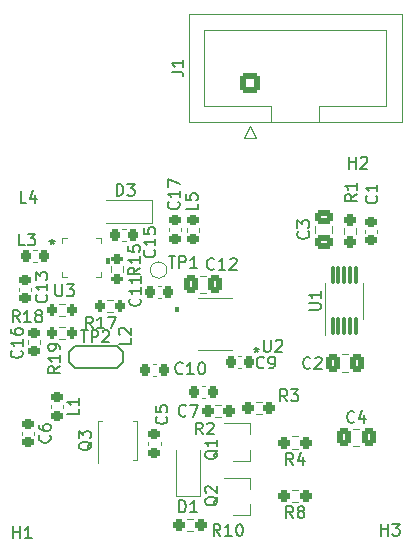
<source format=gbr>
%TF.GenerationSoftware,KiCad,Pcbnew,6.0.4-1.fc35*%
%TF.CreationDate,2022-04-05T09:58:44+01:00*%
%TF.ProjectId,cryosub_power_converter_top_v03,6372796f-7375-4625-9f70-6f7765725f63,rev?*%
%TF.SameCoordinates,Original*%
%TF.FileFunction,Legend,Top*%
%TF.FilePolarity,Positive*%
%FSLAX45Y45*%
G04 Gerber Fmt 4.5, Leading zero omitted, Abs format (unit mm)*
G04 Created by KiCad (PCBNEW 6.0.4-1.fc35) date 2022-04-05 09:58:44*
%MOMM*%
%LPD*%
G01*
G04 APERTURE LIST*
G04 Aperture macros list*
%AMRoundRect*
0 Rectangle with rounded corners*
0 $1 Rounding radius*
0 $2 $3 $4 $5 $6 $7 $8 $9 X,Y pos of 4 corners*
0 Add a 4 corners polygon primitive as box body*
4,1,4,$2,$3,$4,$5,$6,$7,$8,$9,$2,$3,0*
0 Add four circle primitives for the rounded corners*
1,1,$1+$1,$2,$3*
1,1,$1+$1,$4,$5*
1,1,$1+$1,$6,$7*
1,1,$1+$1,$8,$9*
0 Add four rect primitives between the rounded corners*
20,1,$1+$1,$2,$3,$4,$5,0*
20,1,$1+$1,$4,$5,$6,$7,0*
20,1,$1+$1,$6,$7,$8,$9,0*
20,1,$1+$1,$8,$9,$2,$3,0*%
%AMFreePoly0*
4,1,21,1.372500,0.787500,0.862500,0.787500,0.862500,0.532500,1.372500,0.532500,1.372500,0.127500,0.862500,0.127500,0.862500,-0.127500,1.372500,-0.127500,1.372500,-0.532500,0.862500,-0.532500,0.862500,-0.787500,1.372500,-0.787500,1.372500,-1.195000,0.612500,-1.195000,0.612500,-1.117500,-0.862500,-1.117500,-0.862500,1.117500,0.612500,1.117500,0.612500,1.195000,1.372500,1.195000,
1.372500,0.787500,1.372500,0.787500,$1*%
G04 Aperture macros list end*
%ADD10C,0.150000*%
%ADD11C,0.120000*%
%ADD12C,0.100000*%
%ADD13RoundRect,0.237500X0.250000X0.237500X-0.250000X0.237500X-0.250000X-0.237500X0.250000X-0.237500X0*%
%ADD14RoundRect,0.237500X-0.250000X-0.237500X0.250000X-0.237500X0.250000X0.237500X-0.250000X0.237500X0*%
%ADD15RoundRect,0.075000X0.075000X-0.650000X0.075000X0.650000X-0.075000X0.650000X-0.075000X-0.650000X0*%
%ADD16R,1.880000X1.680000*%
%ADD17R,0.900000X0.800000*%
%ADD18RoundRect,0.225000X-0.250000X0.225000X-0.250000X-0.225000X0.250000X-0.225000X0.250000X0.225000X0*%
%ADD19RoundRect,0.225000X0.250000X-0.225000X0.250000X0.225000X-0.250000X0.225000X-0.250000X-0.225000X0*%
%ADD20RoundRect,0.250000X0.475000X-0.337500X0.475000X0.337500X-0.475000X0.337500X-0.475000X-0.337500X0*%
%ADD21RoundRect,0.237500X0.237500X-0.250000X0.237500X0.250000X-0.237500X0.250000X-0.237500X-0.250000X0*%
%ADD22RoundRect,0.250000X-0.337500X-0.475000X0.337500X-0.475000X0.337500X0.475000X-0.337500X0.475000X0*%
%ADD23R,0.807999X0.254800*%
%ADD24R,0.254800X0.807999*%
%ADD25R,1.244600X1.244600*%
%ADD26RoundRect,0.225000X0.225000X0.250000X-0.225000X0.250000X-0.225000X-0.250000X0.225000X-0.250000X0*%
%ADD27RoundRect,0.225000X-0.225000X-0.250000X0.225000X-0.250000X0.225000X0.250000X-0.225000X0.250000X0*%
%ADD28R,3.200001X1.000001*%
%ADD29RoundRect,0.200000X-0.275000X0.200000X-0.275000X-0.200000X0.275000X-0.200000X0.275000X0.200000X0*%
%ADD30RoundRect,0.200000X0.200000X0.275000X-0.200000X0.275000X-0.200000X-0.275000X0.200000X-0.275000X0*%
%ADD31R,1.327899X0.279400*%
%ADD32R,1.752600X2.946400*%
%ADD33C,1.000000*%
%ADD34R,1.000001X3.200001*%
%ADD35RoundRect,0.218750X-0.256250X0.218750X-0.256250X-0.218750X0.256250X-0.218750X0.256250X0.218750X0*%
%ADD36RoundRect,0.200000X-0.200000X-0.275000X0.200000X-0.275000X0.200000X0.275000X-0.200000X0.275000X0*%
%ADD37C,1.400000*%
%ADD38C,4.700000*%
%ADD39RoundRect,0.218750X0.218750X0.256250X-0.218750X0.256250X-0.218750X-0.256250X0.218750X-0.256250X0*%
%ADD40RoundRect,0.250000X0.600000X-0.600000X0.600000X0.600000X-0.600000X0.600000X-0.600000X-0.600000X0*%
%ADD41C,1.700000*%
%ADD42R,0.900000X1.200000*%
%ADD43R,0.405000X0.990000*%
%ADD44FreePoly0,90.000000*%
%ADD45R,1.200000X0.900000*%
G04 APERTURE END LIST*
D10*
%TO.C,R8*%
X12442083Y-14263238D02*
X12408750Y-14215619D01*
X12384940Y-14263238D02*
X12384940Y-14163238D01*
X12423036Y-14163238D01*
X12432559Y-14168000D01*
X12437321Y-14172762D01*
X12442083Y-14182286D01*
X12442083Y-14196571D01*
X12437321Y-14206095D01*
X12432559Y-14210857D01*
X12423036Y-14215619D01*
X12384940Y-14215619D01*
X12499226Y-14206095D02*
X12489702Y-14201333D01*
X12484940Y-14196571D01*
X12480178Y-14187048D01*
X12480178Y-14182286D01*
X12484940Y-14172762D01*
X12489702Y-14168000D01*
X12499226Y-14163238D01*
X12518274Y-14163238D01*
X12527798Y-14168000D01*
X12532559Y-14172762D01*
X12537321Y-14182286D01*
X12537321Y-14187048D01*
X12532559Y-14196571D01*
X12527798Y-14201333D01*
X12518274Y-14206095D01*
X12499226Y-14206095D01*
X12489702Y-14210857D01*
X12484940Y-14215619D01*
X12480178Y-14225143D01*
X12480178Y-14244190D01*
X12484940Y-14253714D01*
X12489702Y-14258476D01*
X12499226Y-14263238D01*
X12518274Y-14263238D01*
X12527798Y-14258476D01*
X12532559Y-14253714D01*
X12537321Y-14244190D01*
X12537321Y-14225143D01*
X12532559Y-14215619D01*
X12527798Y-14210857D01*
X12518274Y-14206095D01*
%TO.C,R3*%
X12390833Y-13275238D02*
X12357500Y-13227619D01*
X12333690Y-13275238D02*
X12333690Y-13175238D01*
X12371786Y-13175238D01*
X12381309Y-13180000D01*
X12386071Y-13184762D01*
X12390833Y-13194286D01*
X12390833Y-13208571D01*
X12386071Y-13218095D01*
X12381309Y-13222857D01*
X12371786Y-13227619D01*
X12333690Y-13227619D01*
X12424167Y-13175238D02*
X12486071Y-13175238D01*
X12452738Y-13213333D01*
X12467024Y-13213333D01*
X12476548Y-13218095D01*
X12481309Y-13222857D01*
X12486071Y-13232381D01*
X12486071Y-13256190D01*
X12481309Y-13265714D01*
X12476548Y-13270476D01*
X12467024Y-13275238D01*
X12438452Y-13275238D01*
X12428928Y-13270476D01*
X12424167Y-13265714D01*
%TO.C,R4*%
X12442083Y-13813238D02*
X12408750Y-13765619D01*
X12384940Y-13813238D02*
X12384940Y-13713238D01*
X12423036Y-13713238D01*
X12432559Y-13718000D01*
X12437321Y-13722762D01*
X12442083Y-13732286D01*
X12442083Y-13746571D01*
X12437321Y-13756095D01*
X12432559Y-13760857D01*
X12423036Y-13765619D01*
X12384940Y-13765619D01*
X12527798Y-13746571D02*
X12527798Y-13813238D01*
X12503988Y-13708476D02*
X12480178Y-13779905D01*
X12542083Y-13779905D01*
%TO.C,U1*%
X12575238Y-12501190D02*
X12656190Y-12501190D01*
X12665714Y-12496428D01*
X12670476Y-12491667D01*
X12675238Y-12482143D01*
X12675238Y-12463095D01*
X12670476Y-12453571D01*
X12665714Y-12448809D01*
X12656190Y-12444048D01*
X12575238Y-12444048D01*
X12675238Y-12344048D02*
X12675238Y-12401190D01*
X12675238Y-12372619D02*
X12575238Y-12372619D01*
X12589524Y-12382143D01*
X12599048Y-12391667D01*
X12603809Y-12401190D01*
%TO.C,Q1*%
X11804762Y-13689524D02*
X11800000Y-13699048D01*
X11790476Y-13708571D01*
X11776190Y-13722857D01*
X11771428Y-13732381D01*
X11771428Y-13741905D01*
X11795238Y-13737143D02*
X11790476Y-13746667D01*
X11780952Y-13756190D01*
X11761905Y-13760952D01*
X11728571Y-13760952D01*
X11709524Y-13756190D01*
X11700000Y-13746667D01*
X11695238Y-13737143D01*
X11695238Y-13718095D01*
X11700000Y-13708571D01*
X11709524Y-13699048D01*
X11728571Y-13694286D01*
X11761905Y-13694286D01*
X11780952Y-13699048D01*
X11790476Y-13708571D01*
X11795238Y-13718095D01*
X11795238Y-13737143D01*
X11795238Y-13599048D02*
X11795238Y-13656190D01*
X11795238Y-13627619D02*
X11695238Y-13627619D01*
X11709524Y-13637143D01*
X11719048Y-13646667D01*
X11723809Y-13656190D01*
%TO.C,C6*%
X10378714Y-13562917D02*
X10383476Y-13567678D01*
X10388238Y-13581964D01*
X10388238Y-13591488D01*
X10383476Y-13605774D01*
X10373952Y-13615298D01*
X10364429Y-13620059D01*
X10345381Y-13624821D01*
X10331095Y-13624821D01*
X10312048Y-13620059D01*
X10302524Y-13615298D01*
X10293000Y-13605774D01*
X10288238Y-13591488D01*
X10288238Y-13581964D01*
X10293000Y-13567678D01*
X10297762Y-13562917D01*
X10288238Y-13477202D02*
X10288238Y-13496250D01*
X10293000Y-13505774D01*
X10297762Y-13510536D01*
X10312048Y-13520059D01*
X10331095Y-13524821D01*
X10369190Y-13524821D01*
X10378714Y-13520059D01*
X10383476Y-13515298D01*
X10388238Y-13505774D01*
X10388238Y-13486726D01*
X10383476Y-13477202D01*
X10378714Y-13472440D01*
X10369190Y-13467678D01*
X10345381Y-13467678D01*
X10335857Y-13472440D01*
X10331095Y-13477202D01*
X10326333Y-13486726D01*
X10326333Y-13505774D01*
X10331095Y-13515298D01*
X10335857Y-13520059D01*
X10345381Y-13524821D01*
%TO.C,R2*%
X11675833Y-13555238D02*
X11642500Y-13507619D01*
X11618690Y-13555238D02*
X11618690Y-13455238D01*
X11656786Y-13455238D01*
X11666309Y-13460000D01*
X11671071Y-13464762D01*
X11675833Y-13474286D01*
X11675833Y-13488571D01*
X11671071Y-13498095D01*
X11666309Y-13502857D01*
X11656786Y-13507619D01*
X11618690Y-13507619D01*
X11713928Y-13464762D02*
X11718690Y-13460000D01*
X11728214Y-13455238D01*
X11752024Y-13455238D01*
X11761548Y-13460000D01*
X11766309Y-13464762D01*
X11771071Y-13474286D01*
X11771071Y-13483809D01*
X11766309Y-13498095D01*
X11709167Y-13555238D01*
X11771071Y-13555238D01*
%TO.C,C1*%
X13145714Y-11536667D02*
X13150476Y-11541428D01*
X13155238Y-11555714D01*
X13155238Y-11565238D01*
X13150476Y-11579524D01*
X13140952Y-11589048D01*
X13131428Y-11593809D01*
X13112381Y-11598571D01*
X13098095Y-11598571D01*
X13079048Y-11593809D01*
X13069524Y-11589048D01*
X13060000Y-11579524D01*
X13055238Y-11565238D01*
X13055238Y-11555714D01*
X13060000Y-11541428D01*
X13064762Y-11536667D01*
X13155238Y-11441428D02*
X13155238Y-11498571D01*
X13155238Y-11470000D02*
X13055238Y-11470000D01*
X13069524Y-11479524D01*
X13079048Y-11489048D01*
X13083809Y-11498571D01*
%TO.C,C3*%
X12567714Y-11837917D02*
X12572476Y-11842678D01*
X12577238Y-11856964D01*
X12577238Y-11866488D01*
X12572476Y-11880774D01*
X12562952Y-11890298D01*
X12553428Y-11895059D01*
X12534381Y-11899821D01*
X12520095Y-11899821D01*
X12501048Y-11895059D01*
X12491524Y-11890298D01*
X12482000Y-11880774D01*
X12477238Y-11866488D01*
X12477238Y-11856964D01*
X12482000Y-11842678D01*
X12486762Y-11837917D01*
X12477238Y-11804583D02*
X12477238Y-11742678D01*
X12515333Y-11776012D01*
X12515333Y-11761726D01*
X12520095Y-11752202D01*
X12524857Y-11747440D01*
X12534381Y-11742678D01*
X12558190Y-11742678D01*
X12567714Y-11747440D01*
X12572476Y-11752202D01*
X12577238Y-11761726D01*
X12577238Y-11790298D01*
X12572476Y-11799821D01*
X12567714Y-11804583D01*
%TO.C,R1*%
X12980238Y-11521667D02*
X12932619Y-11555000D01*
X12980238Y-11578809D02*
X12880238Y-11578809D01*
X12880238Y-11540714D01*
X12885000Y-11531190D01*
X12889762Y-11526428D01*
X12899286Y-11521667D01*
X12913571Y-11521667D01*
X12923095Y-11526428D01*
X12927857Y-11531190D01*
X12932619Y-11540714D01*
X12932619Y-11578809D01*
X12980238Y-11426428D02*
X12980238Y-11483571D01*
X12980238Y-11455000D02*
X12880238Y-11455000D01*
X12894524Y-11464524D01*
X12904048Y-11474048D01*
X12908809Y-11483571D01*
%TO.C,C2*%
X12588333Y-12990714D02*
X12583571Y-12995476D01*
X12569286Y-13000238D01*
X12559762Y-13000238D01*
X12545476Y-12995476D01*
X12535952Y-12985952D01*
X12531190Y-12976428D01*
X12526428Y-12957381D01*
X12526428Y-12943095D01*
X12531190Y-12924048D01*
X12535952Y-12914524D01*
X12545476Y-12905000D01*
X12559762Y-12900238D01*
X12569286Y-12900238D01*
X12583571Y-12905000D01*
X12588333Y-12909762D01*
X12626428Y-12909762D02*
X12631190Y-12905000D01*
X12640714Y-12900238D01*
X12664524Y-12900238D01*
X12674048Y-12905000D01*
X12678809Y-12909762D01*
X12683571Y-12919286D01*
X12683571Y-12928809D01*
X12678809Y-12943095D01*
X12621667Y-13000238D01*
X12683571Y-13000238D01*
%TO.C,C5*%
X11368214Y-13405417D02*
X11372976Y-13410178D01*
X11377738Y-13424464D01*
X11377738Y-13433988D01*
X11372976Y-13448274D01*
X11363452Y-13457798D01*
X11353928Y-13462559D01*
X11334881Y-13467321D01*
X11320595Y-13467321D01*
X11301548Y-13462559D01*
X11292024Y-13457798D01*
X11282500Y-13448274D01*
X11277738Y-13433988D01*
X11277738Y-13424464D01*
X11282500Y-13410178D01*
X11287262Y-13405417D01*
X11277738Y-13314940D02*
X11277738Y-13362559D01*
X11325357Y-13367321D01*
X11320595Y-13362559D01*
X11315833Y-13353036D01*
X11315833Y-13329226D01*
X11320595Y-13319702D01*
X11325357Y-13314940D01*
X11334881Y-13310178D01*
X11358690Y-13310178D01*
X11368214Y-13314940D01*
X11372976Y-13319702D01*
X11377738Y-13329226D01*
X11377738Y-13353036D01*
X11372976Y-13362559D01*
X11368214Y-13367321D01*
%TO.C,Q2*%
X11804762Y-14084524D02*
X11800000Y-14094048D01*
X11790476Y-14103571D01*
X11776190Y-14117857D01*
X11771428Y-14127381D01*
X11771428Y-14136905D01*
X11795238Y-14132143D02*
X11790476Y-14141667D01*
X11780952Y-14151190D01*
X11761905Y-14155952D01*
X11728571Y-14155952D01*
X11709524Y-14151190D01*
X11700000Y-14141667D01*
X11695238Y-14132143D01*
X11695238Y-14113095D01*
X11700000Y-14103571D01*
X11709524Y-14094048D01*
X11728571Y-14089286D01*
X11761905Y-14089286D01*
X11780952Y-14094048D01*
X11790476Y-14103571D01*
X11795238Y-14113095D01*
X11795238Y-14132143D01*
X11704762Y-14051190D02*
X11700000Y-14046428D01*
X11695238Y-14036905D01*
X11695238Y-14013095D01*
X11700000Y-14003571D01*
X11704762Y-13998809D01*
X11714286Y-13994048D01*
X11723809Y-13994048D01*
X11738095Y-13998809D01*
X11795238Y-14055952D01*
X11795238Y-13994048D01*
%TO.C,R10*%
X11825714Y-14415238D02*
X11792381Y-14367619D01*
X11768571Y-14415238D02*
X11768571Y-14315238D01*
X11806667Y-14315238D01*
X11816190Y-14320000D01*
X11820952Y-14324762D01*
X11825714Y-14334286D01*
X11825714Y-14348571D01*
X11820952Y-14358095D01*
X11816190Y-14362857D01*
X11806667Y-14367619D01*
X11768571Y-14367619D01*
X11920952Y-14415238D02*
X11863809Y-14415238D01*
X11892381Y-14415238D02*
X11892381Y-14315238D01*
X11882857Y-14329524D01*
X11873333Y-14339048D01*
X11863809Y-14343809D01*
X11982857Y-14315238D02*
X11992381Y-14315238D01*
X12001905Y-14320000D01*
X12006667Y-14324762D01*
X12011428Y-14334286D01*
X12016190Y-14353333D01*
X12016190Y-14377143D01*
X12011428Y-14396190D01*
X12006667Y-14405714D01*
X12001905Y-14410476D01*
X11992381Y-14415238D01*
X11982857Y-14415238D01*
X11973333Y-14410476D01*
X11968571Y-14405714D01*
X11963809Y-14396190D01*
X11959048Y-14377143D01*
X11959048Y-14353333D01*
X11963809Y-14334286D01*
X11968571Y-14324762D01*
X11973333Y-14320000D01*
X11982857Y-14315238D01*
%TO.C,U3*%
X10428810Y-12285238D02*
X10428810Y-12366190D01*
X10433571Y-12375714D01*
X10438333Y-12380476D01*
X10447857Y-12385238D01*
X10466905Y-12385238D01*
X10476429Y-12380476D01*
X10481190Y-12375714D01*
X10485952Y-12366190D01*
X10485952Y-12285238D01*
X10524048Y-12285238D02*
X10585952Y-12285238D01*
X10552619Y-12323333D01*
X10566905Y-12323333D01*
X10576429Y-12328095D01*
X10581190Y-12332857D01*
X10585952Y-12342381D01*
X10585952Y-12366190D01*
X10581190Y-12375714D01*
X10576429Y-12380476D01*
X10566905Y-12385238D01*
X10538333Y-12385238D01*
X10528810Y-12380476D01*
X10524048Y-12375714D01*
X10401560Y-11902738D02*
X10401560Y-11926548D01*
X10377751Y-11917024D02*
X10401560Y-11926548D01*
X10425370Y-11917024D01*
X10387274Y-11945595D02*
X10401560Y-11926548D01*
X10415846Y-11945595D01*
%TO.C,C9*%
X12193333Y-12988214D02*
X12188571Y-12992976D01*
X12174286Y-12997738D01*
X12164762Y-12997738D01*
X12150476Y-12992976D01*
X12140952Y-12983452D01*
X12136190Y-12973928D01*
X12131428Y-12954881D01*
X12131428Y-12940595D01*
X12136190Y-12921548D01*
X12140952Y-12912024D01*
X12150476Y-12902500D01*
X12164762Y-12897738D01*
X12174286Y-12897738D01*
X12188571Y-12902500D01*
X12193333Y-12907262D01*
X12240952Y-12997738D02*
X12260000Y-12997738D01*
X12269524Y-12992976D01*
X12274286Y-12988214D01*
X12283809Y-12973928D01*
X12288571Y-12954881D01*
X12288571Y-12916786D01*
X12283809Y-12907262D01*
X12279048Y-12902500D01*
X12269524Y-12897738D01*
X12250476Y-12897738D01*
X12240952Y-12902500D01*
X12236190Y-12907262D01*
X12231428Y-12916786D01*
X12231428Y-12940595D01*
X12236190Y-12950119D01*
X12240952Y-12954881D01*
X12250476Y-12959643D01*
X12269524Y-12959643D01*
X12279048Y-12954881D01*
X12283809Y-12950119D01*
X12288571Y-12940595D01*
%TO.C,C13*%
X10350714Y-12374286D02*
X10355476Y-12379048D01*
X10360238Y-12393333D01*
X10360238Y-12402857D01*
X10355476Y-12417143D01*
X10345952Y-12426667D01*
X10336429Y-12431428D01*
X10317381Y-12436190D01*
X10303095Y-12436190D01*
X10284048Y-12431428D01*
X10274524Y-12426667D01*
X10265000Y-12417143D01*
X10260238Y-12402857D01*
X10260238Y-12393333D01*
X10265000Y-12379048D01*
X10269762Y-12374286D01*
X10360238Y-12279048D02*
X10360238Y-12336190D01*
X10360238Y-12307619D02*
X10260238Y-12307619D01*
X10274524Y-12317143D01*
X10284048Y-12326667D01*
X10288810Y-12336190D01*
X10260238Y-12245714D02*
X10260238Y-12183809D01*
X10298333Y-12217143D01*
X10298333Y-12202857D01*
X10303095Y-12193333D01*
X10307857Y-12188571D01*
X10317381Y-12183809D01*
X10341190Y-12183809D01*
X10350714Y-12188571D01*
X10355476Y-12193333D01*
X10360238Y-12202857D01*
X10360238Y-12231428D01*
X10355476Y-12240952D01*
X10350714Y-12245714D01*
%TO.C,C15*%
X11265714Y-11994286D02*
X11270476Y-11999048D01*
X11275238Y-12013333D01*
X11275238Y-12022857D01*
X11270476Y-12037143D01*
X11260952Y-12046667D01*
X11251428Y-12051428D01*
X11232381Y-12056190D01*
X11218095Y-12056190D01*
X11199048Y-12051428D01*
X11189524Y-12046667D01*
X11180000Y-12037143D01*
X11175238Y-12022857D01*
X11175238Y-12013333D01*
X11180000Y-11999048D01*
X11184762Y-11994286D01*
X11275238Y-11899048D02*
X11275238Y-11956190D01*
X11275238Y-11927619D02*
X11175238Y-11927619D01*
X11189524Y-11937143D01*
X11199048Y-11946667D01*
X11203809Y-11956190D01*
X11175238Y-11808571D02*
X11175238Y-11856190D01*
X11222857Y-11860952D01*
X11218095Y-11856190D01*
X11213333Y-11846667D01*
X11213333Y-11822857D01*
X11218095Y-11813333D01*
X11222857Y-11808571D01*
X11232381Y-11803809D01*
X11256190Y-11803809D01*
X11265714Y-11808571D01*
X11270476Y-11813333D01*
X11275238Y-11822857D01*
X11275238Y-11846667D01*
X11270476Y-11856190D01*
X11265714Y-11860952D01*
%TO.C,C10*%
X11505714Y-13035714D02*
X11500952Y-13040476D01*
X11486667Y-13045238D01*
X11477143Y-13045238D01*
X11462857Y-13040476D01*
X11453333Y-13030952D01*
X11448571Y-13021428D01*
X11443809Y-13002381D01*
X11443809Y-12988095D01*
X11448571Y-12969048D01*
X11453333Y-12959524D01*
X11462857Y-12950000D01*
X11477143Y-12945238D01*
X11486667Y-12945238D01*
X11500952Y-12950000D01*
X11505714Y-12954762D01*
X11600952Y-13045238D02*
X11543809Y-13045238D01*
X11572381Y-13045238D02*
X11572381Y-12945238D01*
X11562857Y-12959524D01*
X11553333Y-12969048D01*
X11543809Y-12973809D01*
X11662857Y-12945238D02*
X11672381Y-12945238D01*
X11681905Y-12950000D01*
X11686667Y-12954762D01*
X11691428Y-12964286D01*
X11696190Y-12983333D01*
X11696190Y-13007143D01*
X11691428Y-13026190D01*
X11686667Y-13035714D01*
X11681905Y-13040476D01*
X11672381Y-13045238D01*
X11662857Y-13045238D01*
X11653333Y-13040476D01*
X11648571Y-13035714D01*
X11643809Y-13026190D01*
X11639048Y-13007143D01*
X11639048Y-12983333D01*
X11643809Y-12964286D01*
X11648571Y-12954762D01*
X11653333Y-12950000D01*
X11662857Y-12945238D01*
%TO.C,C11*%
X11143214Y-12406786D02*
X11147976Y-12411548D01*
X11152738Y-12425833D01*
X11152738Y-12435357D01*
X11147976Y-12449643D01*
X11138452Y-12459167D01*
X11128929Y-12463928D01*
X11109881Y-12468690D01*
X11095595Y-12468690D01*
X11076548Y-12463928D01*
X11067024Y-12459167D01*
X11057500Y-12449643D01*
X11052738Y-12435357D01*
X11052738Y-12425833D01*
X11057500Y-12411548D01*
X11062262Y-12406786D01*
X11152738Y-12311548D02*
X11152738Y-12368690D01*
X11152738Y-12340119D02*
X11052738Y-12340119D01*
X11067024Y-12349643D01*
X11076548Y-12359167D01*
X11081310Y-12368690D01*
X11152738Y-12216309D02*
X11152738Y-12273452D01*
X11152738Y-12244881D02*
X11052738Y-12244881D01*
X11067024Y-12254405D01*
X11076548Y-12263928D01*
X11081310Y-12273452D01*
%TO.C,L2*%
X11065238Y-12738821D02*
X11065238Y-12786440D01*
X10965238Y-12786440D01*
X10974762Y-12710250D02*
X10970000Y-12705488D01*
X10965238Y-12695964D01*
X10965238Y-12672155D01*
X10970000Y-12662631D01*
X10974762Y-12657869D01*
X10984286Y-12653107D01*
X10993810Y-12653107D01*
X11008095Y-12657869D01*
X11065238Y-12715012D01*
X11065238Y-12653107D01*
%TO.C,R15*%
X11145238Y-12144286D02*
X11097619Y-12177619D01*
X11145238Y-12201428D02*
X11045238Y-12201428D01*
X11045238Y-12163333D01*
X11050000Y-12153809D01*
X11054762Y-12149048D01*
X11064286Y-12144286D01*
X11078571Y-12144286D01*
X11088095Y-12149048D01*
X11092857Y-12153809D01*
X11097619Y-12163333D01*
X11097619Y-12201428D01*
X11145238Y-12049048D02*
X11145238Y-12106190D01*
X11145238Y-12077619D02*
X11045238Y-12077619D01*
X11059524Y-12087143D01*
X11069048Y-12096667D01*
X11073810Y-12106190D01*
X11045238Y-11958571D02*
X11045238Y-12006190D01*
X11092857Y-12010952D01*
X11088095Y-12006190D01*
X11083333Y-11996667D01*
X11083333Y-11972857D01*
X11088095Y-11963333D01*
X11092857Y-11958571D01*
X11102381Y-11953809D01*
X11126190Y-11953809D01*
X11135714Y-11958571D01*
X11140476Y-11963333D01*
X11145238Y-11972857D01*
X11145238Y-11996667D01*
X11140476Y-12006190D01*
X11135714Y-12010952D01*
%TO.C,R17*%
X10745714Y-12658238D02*
X10712381Y-12610619D01*
X10688571Y-12658238D02*
X10688571Y-12558238D01*
X10726667Y-12558238D01*
X10736190Y-12563000D01*
X10740952Y-12567762D01*
X10745714Y-12577286D01*
X10745714Y-12591571D01*
X10740952Y-12601095D01*
X10736190Y-12605857D01*
X10726667Y-12610619D01*
X10688571Y-12610619D01*
X10840952Y-12658238D02*
X10783810Y-12658238D01*
X10812381Y-12658238D02*
X10812381Y-12558238D01*
X10802857Y-12572524D01*
X10793333Y-12582048D01*
X10783810Y-12586809D01*
X10874286Y-12558238D02*
X10940952Y-12558238D01*
X10898095Y-12658238D01*
%TO.C,U2*%
X12193809Y-12755238D02*
X12193809Y-12836190D01*
X12198571Y-12845714D01*
X12203333Y-12850476D01*
X12212857Y-12855238D01*
X12231905Y-12855238D01*
X12241428Y-12850476D01*
X12246190Y-12845714D01*
X12250952Y-12836190D01*
X12250952Y-12755238D01*
X12293809Y-12764762D02*
X12298571Y-12760000D01*
X12308095Y-12755238D01*
X12331905Y-12755238D01*
X12341428Y-12760000D01*
X12346190Y-12764762D01*
X12350952Y-12774286D01*
X12350952Y-12783809D01*
X12346190Y-12798095D01*
X12289048Y-12855238D01*
X12350952Y-12855238D01*
X12130000Y-12815238D02*
X12130000Y-12839048D01*
X12106190Y-12829524D02*
X12130000Y-12839048D01*
X12153809Y-12829524D01*
X12115714Y-12858095D02*
X12130000Y-12839048D01*
X12144286Y-12858095D01*
%TO.C,C12*%
X11773214Y-12152714D02*
X11768452Y-12157476D01*
X11754167Y-12162238D01*
X11744643Y-12162238D01*
X11730357Y-12157476D01*
X11720833Y-12147952D01*
X11716071Y-12138428D01*
X11711309Y-12119381D01*
X11711309Y-12105095D01*
X11716071Y-12086048D01*
X11720833Y-12076524D01*
X11730357Y-12067000D01*
X11744643Y-12062238D01*
X11754167Y-12062238D01*
X11768452Y-12067000D01*
X11773214Y-12071762D01*
X11868452Y-12162238D02*
X11811309Y-12162238D01*
X11839881Y-12162238D02*
X11839881Y-12062238D01*
X11830357Y-12076524D01*
X11820833Y-12086048D01*
X11811309Y-12090809D01*
X11906548Y-12071762D02*
X11911309Y-12067000D01*
X11920833Y-12062238D01*
X11944643Y-12062238D01*
X11954167Y-12067000D01*
X11958928Y-12071762D01*
X11963690Y-12081286D01*
X11963690Y-12090809D01*
X11958928Y-12105095D01*
X11901786Y-12162238D01*
X11963690Y-12162238D01*
%TO.C,TP1*%
X11386309Y-12047738D02*
X11443452Y-12047738D01*
X11414881Y-12147738D02*
X11414881Y-12047738D01*
X11476786Y-12147738D02*
X11476786Y-12047738D01*
X11514881Y-12047738D01*
X11524405Y-12052500D01*
X11529167Y-12057262D01*
X11533928Y-12066786D01*
X11533928Y-12081071D01*
X11529167Y-12090595D01*
X11524405Y-12095357D01*
X11514881Y-12100119D01*
X11476786Y-12100119D01*
X11629167Y-12147738D02*
X11572024Y-12147738D01*
X11600595Y-12147738D02*
X11600595Y-12047738D01*
X11591071Y-12062024D01*
X11581548Y-12071548D01*
X11572024Y-12076309D01*
%TO.C,L4*%
X10182988Y-11595238D02*
X10135369Y-11595238D01*
X10135369Y-11495238D01*
X10259179Y-11528571D02*
X10259179Y-11595238D01*
X10235369Y-11490476D02*
X10211560Y-11561905D01*
X10273464Y-11561905D01*
%TO.C,C17*%
X11470714Y-11586786D02*
X11475476Y-11591548D01*
X11480238Y-11605833D01*
X11480238Y-11615357D01*
X11475476Y-11629643D01*
X11465952Y-11639167D01*
X11456428Y-11643928D01*
X11437381Y-11648690D01*
X11423095Y-11648690D01*
X11404048Y-11643928D01*
X11394524Y-11639167D01*
X11385000Y-11629643D01*
X11380238Y-11615357D01*
X11380238Y-11605833D01*
X11385000Y-11591548D01*
X11389762Y-11586786D01*
X11480238Y-11491548D02*
X11480238Y-11548690D01*
X11480238Y-11520119D02*
X11380238Y-11520119D01*
X11394524Y-11529643D01*
X11404048Y-11539167D01*
X11408809Y-11548690D01*
X11380238Y-11458214D02*
X11380238Y-11391548D01*
X11480238Y-11434405D01*
%TO.C,L5*%
X11632738Y-11601667D02*
X11632738Y-11649286D01*
X11532738Y-11649286D01*
X11532738Y-11520714D02*
X11532738Y-11568333D01*
X11580357Y-11573095D01*
X11575595Y-11568333D01*
X11570833Y-11558809D01*
X11570833Y-11535000D01*
X11575595Y-11525476D01*
X11580357Y-11520714D01*
X11589881Y-11515952D01*
X11613690Y-11515952D01*
X11623214Y-11520714D01*
X11627976Y-11525476D01*
X11632738Y-11535000D01*
X11632738Y-11558809D01*
X11627976Y-11568333D01*
X11623214Y-11573095D01*
%TO.C,C16*%
X10140714Y-12846786D02*
X10145476Y-12851548D01*
X10150238Y-12865833D01*
X10150238Y-12875357D01*
X10145476Y-12889643D01*
X10135952Y-12899167D01*
X10126429Y-12903928D01*
X10107381Y-12908690D01*
X10093095Y-12908690D01*
X10074048Y-12903928D01*
X10064524Y-12899167D01*
X10055000Y-12889643D01*
X10050238Y-12875357D01*
X10050238Y-12865833D01*
X10055000Y-12851548D01*
X10059762Y-12846786D01*
X10150238Y-12751548D02*
X10150238Y-12808690D01*
X10150238Y-12780119D02*
X10050238Y-12780119D01*
X10064524Y-12789643D01*
X10074048Y-12799167D01*
X10078810Y-12808690D01*
X10050238Y-12665833D02*
X10050238Y-12684881D01*
X10055000Y-12694405D01*
X10059762Y-12699167D01*
X10074048Y-12708690D01*
X10093095Y-12713452D01*
X10131190Y-12713452D01*
X10140714Y-12708690D01*
X10145476Y-12703928D01*
X10150238Y-12694405D01*
X10150238Y-12675357D01*
X10145476Y-12665833D01*
X10140714Y-12661071D01*
X10131190Y-12656309D01*
X10107381Y-12656309D01*
X10097857Y-12661071D01*
X10093095Y-12665833D01*
X10088333Y-12675357D01*
X10088333Y-12694405D01*
X10093095Y-12703928D01*
X10097857Y-12708690D01*
X10107381Y-12713452D01*
%TO.C,R18*%
X10125714Y-12605238D02*
X10092381Y-12557619D01*
X10068571Y-12605238D02*
X10068571Y-12505238D01*
X10106667Y-12505238D01*
X10116190Y-12510000D01*
X10120952Y-12514762D01*
X10125714Y-12524286D01*
X10125714Y-12538571D01*
X10120952Y-12548095D01*
X10116190Y-12552857D01*
X10106667Y-12557619D01*
X10068571Y-12557619D01*
X10220952Y-12605238D02*
X10163810Y-12605238D01*
X10192381Y-12605238D02*
X10192381Y-12505238D01*
X10182857Y-12519524D01*
X10173333Y-12529048D01*
X10163810Y-12533809D01*
X10278095Y-12548095D02*
X10268571Y-12543333D01*
X10263810Y-12538571D01*
X10259048Y-12529048D01*
X10259048Y-12524286D01*
X10263810Y-12514762D01*
X10268571Y-12510000D01*
X10278095Y-12505238D01*
X10297143Y-12505238D01*
X10306667Y-12510000D01*
X10311429Y-12514762D01*
X10316190Y-12524286D01*
X10316190Y-12529048D01*
X10311429Y-12538571D01*
X10306667Y-12543333D01*
X10297143Y-12548095D01*
X10278095Y-12548095D01*
X10268571Y-12552857D01*
X10263810Y-12557619D01*
X10259048Y-12567143D01*
X10259048Y-12586190D01*
X10263810Y-12595714D01*
X10268571Y-12600476D01*
X10278095Y-12605238D01*
X10297143Y-12605238D01*
X10306667Y-12600476D01*
X10311429Y-12595714D01*
X10316190Y-12586190D01*
X10316190Y-12567143D01*
X10311429Y-12557619D01*
X10306667Y-12552857D01*
X10297143Y-12548095D01*
%TO.C,R19*%
X10467738Y-12979286D02*
X10420119Y-13012619D01*
X10467738Y-13036428D02*
X10367738Y-13036428D01*
X10367738Y-12998333D01*
X10372500Y-12988809D01*
X10377262Y-12984048D01*
X10386786Y-12979286D01*
X10401071Y-12979286D01*
X10410595Y-12984048D01*
X10415357Y-12988809D01*
X10420119Y-12998333D01*
X10420119Y-13036428D01*
X10467738Y-12884048D02*
X10467738Y-12941190D01*
X10467738Y-12912619D02*
X10367738Y-12912619D01*
X10382024Y-12922143D01*
X10391548Y-12931667D01*
X10396310Y-12941190D01*
X10467738Y-12836428D02*
X10467738Y-12817381D01*
X10462976Y-12807857D01*
X10458214Y-12803095D01*
X10443929Y-12793571D01*
X10424881Y-12788809D01*
X10386786Y-12788809D01*
X10377262Y-12793571D01*
X10372500Y-12798333D01*
X10367738Y-12807857D01*
X10367738Y-12826905D01*
X10372500Y-12836428D01*
X10377262Y-12841190D01*
X10386786Y-12845952D01*
X10410595Y-12845952D01*
X10420119Y-12841190D01*
X10424881Y-12836428D01*
X10429643Y-12826905D01*
X10429643Y-12807857D01*
X10424881Y-12798333D01*
X10420119Y-12793571D01*
X10410595Y-12788809D01*
%TO.C,TP2*%
X10643810Y-12675238D02*
X10700952Y-12675238D01*
X10672381Y-12775238D02*
X10672381Y-12675238D01*
X10734286Y-12775238D02*
X10734286Y-12675238D01*
X10772381Y-12675238D01*
X10781905Y-12680000D01*
X10786667Y-12684762D01*
X10791429Y-12694286D01*
X10791429Y-12708571D01*
X10786667Y-12718095D01*
X10781905Y-12722857D01*
X10772381Y-12727619D01*
X10734286Y-12727619D01*
X10829524Y-12684762D02*
X10834286Y-12680000D01*
X10843810Y-12675238D01*
X10867619Y-12675238D01*
X10877143Y-12680000D01*
X10881905Y-12684762D01*
X10886667Y-12694286D01*
X10886667Y-12703809D01*
X10881905Y-12718095D01*
X10824762Y-12775238D01*
X10886667Y-12775238D01*
%TO.C,H1*%
X10071310Y-14432738D02*
X10071310Y-14332738D01*
X10071310Y-14380357D02*
X10128452Y-14380357D01*
X10128452Y-14432738D02*
X10128452Y-14332738D01*
X10228452Y-14432738D02*
X10171310Y-14432738D01*
X10199881Y-14432738D02*
X10199881Y-14332738D01*
X10190357Y-14347024D01*
X10180833Y-14356548D01*
X10171310Y-14361309D01*
%TO.C,H2*%
X12913809Y-11305238D02*
X12913809Y-11205238D01*
X12913809Y-11252857D02*
X12970952Y-11252857D01*
X12970952Y-11305238D02*
X12970952Y-11205238D01*
X13013809Y-11214762D02*
X13018571Y-11210000D01*
X13028095Y-11205238D01*
X13051905Y-11205238D01*
X13061428Y-11210000D01*
X13066190Y-11214762D01*
X13070952Y-11224286D01*
X13070952Y-11233809D01*
X13066190Y-11248095D01*
X13009048Y-11305238D01*
X13070952Y-11305238D01*
%TO.C,H3*%
X13186309Y-14412738D02*
X13186309Y-14312738D01*
X13186309Y-14360357D02*
X13243452Y-14360357D01*
X13243452Y-14412738D02*
X13243452Y-14312738D01*
X13281548Y-14312738D02*
X13343452Y-14312738D01*
X13310119Y-14350833D01*
X13324405Y-14350833D01*
X13333928Y-14355595D01*
X13338690Y-14360357D01*
X13343452Y-14369881D01*
X13343452Y-14393690D01*
X13338690Y-14403214D01*
X13333928Y-14407976D01*
X13324405Y-14412738D01*
X13295833Y-14412738D01*
X13286309Y-14407976D01*
X13281548Y-14403214D01*
%TO.C,L3*%
X10170833Y-11955238D02*
X10123214Y-11955238D01*
X10123214Y-11855238D01*
X10194643Y-11855238D02*
X10256548Y-11855238D01*
X10223214Y-11893333D01*
X10237500Y-11893333D01*
X10247024Y-11898095D01*
X10251786Y-11902857D01*
X10256548Y-11912381D01*
X10256548Y-11936190D01*
X10251786Y-11945714D01*
X10247024Y-11950476D01*
X10237500Y-11955238D01*
X10208929Y-11955238D01*
X10199405Y-11950476D01*
X10194643Y-11945714D01*
%TO.C,J1*%
X11412738Y-10486333D02*
X11484167Y-10486333D01*
X11498452Y-10491095D01*
X11507976Y-10500619D01*
X11512738Y-10514905D01*
X11512738Y-10524429D01*
X11512738Y-10386333D02*
X11512738Y-10443476D01*
X11512738Y-10414905D02*
X11412738Y-10414905D01*
X11427024Y-10424429D01*
X11436548Y-10433952D01*
X11441309Y-10443476D01*
%TO.C,L1*%
X10628238Y-13336667D02*
X10628238Y-13384286D01*
X10528238Y-13384286D01*
X10628238Y-13250952D02*
X10628238Y-13308095D01*
X10628238Y-13279524D02*
X10528238Y-13279524D01*
X10542524Y-13289048D01*
X10552048Y-13298571D01*
X10556810Y-13308095D01*
%TO.C,D3*%
X10946190Y-11535238D02*
X10946190Y-11435238D01*
X10970000Y-11435238D01*
X10984286Y-11440000D01*
X10993810Y-11449524D01*
X10998571Y-11459048D01*
X11003333Y-11478095D01*
X11003333Y-11492381D01*
X10998571Y-11511428D01*
X10993810Y-11520952D01*
X10984286Y-11530476D01*
X10970000Y-11535238D01*
X10946190Y-11535238D01*
X11036667Y-11435238D02*
X11098571Y-11435238D01*
X11065238Y-11473333D01*
X11079524Y-11473333D01*
X11089048Y-11478095D01*
X11093810Y-11482857D01*
X11098571Y-11492381D01*
X11098571Y-11516190D01*
X11093810Y-11525714D01*
X11089048Y-11530476D01*
X11079524Y-11535238D01*
X11050952Y-11535238D01*
X11041429Y-11530476D01*
X11036667Y-11525714D01*
%TO.C,C7*%
X11533333Y-13395714D02*
X11528571Y-13400476D01*
X11514286Y-13405238D01*
X11504762Y-13405238D01*
X11490476Y-13400476D01*
X11480952Y-13390952D01*
X11476190Y-13381428D01*
X11471428Y-13362381D01*
X11471428Y-13348095D01*
X11476190Y-13329048D01*
X11480952Y-13319524D01*
X11490476Y-13310000D01*
X11504762Y-13305238D01*
X11514286Y-13305238D01*
X11528571Y-13310000D01*
X11533333Y-13314762D01*
X11566667Y-13305238D02*
X11633333Y-13305238D01*
X11590476Y-13405238D01*
%TO.C,C4*%
X12959583Y-13447714D02*
X12954821Y-13452476D01*
X12940536Y-13457238D01*
X12931012Y-13457238D01*
X12916726Y-13452476D01*
X12907202Y-13442952D01*
X12902440Y-13433428D01*
X12897678Y-13414381D01*
X12897678Y-13400095D01*
X12902440Y-13381048D01*
X12907202Y-13371524D01*
X12916726Y-13362000D01*
X12931012Y-13357238D01*
X12940536Y-13357238D01*
X12954821Y-13362000D01*
X12959583Y-13366762D01*
X13045298Y-13390571D02*
X13045298Y-13457238D01*
X13021488Y-13352476D02*
X12997678Y-13423905D01*
X13059583Y-13423905D01*
%TO.C,Q3*%
X10737262Y-13617024D02*
X10732500Y-13626548D01*
X10722976Y-13636071D01*
X10708690Y-13650357D01*
X10703929Y-13659881D01*
X10703929Y-13669405D01*
X10727738Y-13664643D02*
X10722976Y-13674167D01*
X10713452Y-13683690D01*
X10694405Y-13688452D01*
X10661071Y-13688452D01*
X10642024Y-13683690D01*
X10632500Y-13674167D01*
X10627738Y-13664643D01*
X10627738Y-13645595D01*
X10632500Y-13636071D01*
X10642024Y-13626548D01*
X10661071Y-13621786D01*
X10694405Y-13621786D01*
X10713452Y-13626548D01*
X10722976Y-13636071D01*
X10727738Y-13645595D01*
X10727738Y-13664643D01*
X10627738Y-13588452D02*
X10627738Y-13526548D01*
X10665833Y-13559881D01*
X10665833Y-13545595D01*
X10670595Y-13536071D01*
X10675357Y-13531309D01*
X10684881Y-13526548D01*
X10708690Y-13526548D01*
X10718214Y-13531309D01*
X10722976Y-13536071D01*
X10727738Y-13545595D01*
X10727738Y-13574167D01*
X10722976Y-13583690D01*
X10718214Y-13588452D01*
%TO.C,D1*%
X11476190Y-14215238D02*
X11476190Y-14115238D01*
X11500000Y-14115238D01*
X11514286Y-14120000D01*
X11523809Y-14129524D01*
X11528571Y-14139048D01*
X11533333Y-14158095D01*
X11533333Y-14172381D01*
X11528571Y-14191428D01*
X11523809Y-14200952D01*
X11514286Y-14210476D01*
X11500000Y-14215238D01*
X11476190Y-14215238D01*
X11628571Y-14215238D02*
X11571428Y-14215238D01*
X11600000Y-14215238D02*
X11600000Y-14115238D01*
X11590476Y-14129524D01*
X11580952Y-14139048D01*
X11571428Y-14143809D01*
D11*
%TO.C,R8*%
X12484222Y-14022750D02*
X12433278Y-14022750D01*
X12484222Y-14127250D02*
X12433278Y-14127250D01*
%TO.C,R3*%
X12124528Y-13382250D02*
X12175472Y-13382250D01*
X12124528Y-13277750D02*
X12175472Y-13277750D01*
%TO.C,R4*%
X12484222Y-13572750D02*
X12433278Y-13572750D01*
X12484222Y-13677250D02*
X12433278Y-13677250D01*
%TO.C,U1*%
X13036000Y-12425000D02*
X13036000Y-12575000D01*
X13036000Y-12425000D02*
X13036000Y-12275000D01*
X12714000Y-12425000D02*
X12714000Y-12275000D01*
X12714000Y-12425000D02*
X12714000Y-12712500D01*
%TO.C,Q1*%
X12076000Y-13462000D02*
X11860000Y-13462000D01*
X12076000Y-13462000D02*
X12076000Y-13555000D01*
X12076000Y-13778000D02*
X11930000Y-13778000D01*
X12076000Y-13778000D02*
X12076000Y-13685000D01*
%TO.C,C6*%
X10149000Y-13532192D02*
X10149000Y-13560308D01*
X10251000Y-13532192D02*
X10251000Y-13560308D01*
%TO.C,R2*%
X11783278Y-13412250D02*
X11834222Y-13412250D01*
X11783278Y-13307750D02*
X11834222Y-13307750D01*
%TO.C,C1*%
X13049000Y-11850308D02*
X13049000Y-11822192D01*
X13151000Y-11850308D02*
X13151000Y-11822192D01*
%TO.C,C3*%
X12626500Y-11847375D02*
X12626500Y-11795125D01*
X12773500Y-11847375D02*
X12773500Y-11795125D01*
%TO.C,R1*%
X12977250Y-11859222D02*
X12977250Y-11808278D01*
X12872750Y-11859222D02*
X12872750Y-11808278D01*
%TO.C,C2*%
X12852625Y-12876500D02*
X12904875Y-12876500D01*
X12852625Y-13023500D02*
X12904875Y-13023500D01*
%TO.C,C5*%
X11318500Y-13618442D02*
X11318500Y-13646558D01*
X11216500Y-13618442D02*
X11216500Y-13646558D01*
%TO.C,Q2*%
X12076000Y-13922000D02*
X12076000Y-14015000D01*
X12076000Y-14238000D02*
X11930000Y-14238000D01*
X12076000Y-14238000D02*
X12076000Y-14145000D01*
X12076000Y-13922000D02*
X11860000Y-13922000D01*
%TO.C,R10*%
X11540778Y-14272750D02*
X11591722Y-14272750D01*
X11540778Y-14377250D02*
X11591722Y-14377250D01*
%TO.C,U3*%
X10482360Y-12178514D02*
X10482360Y-12225140D01*
X10771014Y-12225140D02*
X10817640Y-12225140D01*
X10528986Y-11889860D02*
X10482360Y-11889860D01*
X10482360Y-11889860D02*
X10482360Y-11936486D01*
X10817640Y-11889860D02*
X10771014Y-11889860D01*
X10817640Y-12225140D02*
X10817640Y-12178514D01*
X10482360Y-12225140D02*
X10528986Y-12225140D01*
X10817640Y-11936486D02*
X10817640Y-11889860D01*
G36*
X10885740Y-12101550D02*
G01*
X10860340Y-12101550D01*
X10860340Y-12063450D01*
X10885740Y-12063450D01*
X10885740Y-12101550D01*
G37*
D12*
X10885740Y-12101550D02*
X10860340Y-12101550D01*
X10860340Y-12063450D01*
X10885740Y-12063450D01*
X10885740Y-12101550D01*
D11*
%TO.C,C9*%
X12004058Y-12991000D02*
X11975942Y-12991000D01*
X12004058Y-12889000D02*
X11975942Y-12889000D01*
%TO.C,C13*%
X10226000Y-12313442D02*
X10226000Y-12341558D01*
X10124000Y-12313442D02*
X10124000Y-12341558D01*
%TO.C,C15*%
X11024058Y-11819000D02*
X10995942Y-11819000D01*
X11024058Y-11921000D02*
X10995942Y-11921000D01*
%TO.C,C10*%
X11253442Y-13061000D02*
X11281558Y-13061000D01*
X11253442Y-12959000D02*
X11281558Y-12959000D01*
%TO.C,C11*%
X11293442Y-12401000D02*
X11321558Y-12401000D01*
X11293442Y-12299000D02*
X11321558Y-12299000D01*
%TO.C,R15*%
X11002250Y-12133774D02*
X11002250Y-12181226D01*
X10897750Y-12133774D02*
X10897750Y-12181226D01*
%TO.C,R17*%
X10916226Y-12417750D02*
X10868774Y-12417750D01*
X10916226Y-12522250D02*
X10868774Y-12522250D01*
%TO.C,U2*%
X11638113Y-12839710D02*
X11921887Y-12839710D01*
X11921887Y-12400290D02*
X11638113Y-12400290D01*
G36*
X11466870Y-12513955D02*
G01*
X11441470Y-12513955D01*
X11441470Y-12475855D01*
X11466870Y-12475855D01*
X11466870Y-12513955D01*
G37*
D12*
X11466870Y-12513955D02*
X11441470Y-12513955D01*
X11441470Y-12475855D01*
X11466870Y-12475855D01*
X11466870Y-12513955D01*
D11*
%TO.C,C12*%
X11650125Y-12211500D02*
X11702375Y-12211500D01*
X11650125Y-12358500D02*
X11702375Y-12358500D01*
%TO.C,TP1*%
X11372500Y-12165000D02*
G75*
G03*
X11372500Y-12165000I-70000J0D01*
G01*
%TO.C,C17*%
X11394000Y-11805942D02*
X11394000Y-11834058D01*
X11496000Y-11805942D02*
X11496000Y-11834058D01*
%TO.C,L5*%
X11541500Y-11806222D02*
X11541500Y-11838778D01*
X11643500Y-11806222D02*
X11643500Y-11838778D01*
%TO.C,C16*%
X10199000Y-12758442D02*
X10199000Y-12786558D01*
X10301000Y-12758442D02*
X10301000Y-12786558D01*
%TO.C,R18*%
X10458774Y-12447750D02*
X10506226Y-12447750D01*
X10458774Y-12552250D02*
X10506226Y-12552250D01*
%TO.C,R19*%
X10506226Y-12752250D02*
X10458774Y-12752250D01*
X10506226Y-12647750D02*
X10458774Y-12647750D01*
D10*
%TO.C,TP2*%
X10593000Y-12810000D02*
X10953000Y-12810000D01*
X10953000Y-12990000D02*
X10593000Y-12990000D01*
X10543000Y-12860000D02*
X10593000Y-12810000D01*
X11003000Y-12940000D02*
X10953000Y-12990000D01*
X10593000Y-12990000D02*
X10543000Y-12940000D01*
X11003000Y-12860000D02*
X11003000Y-12940000D01*
X10953000Y-12810000D02*
X11003000Y-12860000D01*
X10543000Y-12940000D02*
X10543000Y-12860000D01*
D11*
%TO.C,L3*%
X10272528Y-12098500D02*
X10239972Y-12098500D01*
X10272528Y-11996500D02*
X10239972Y-11996500D01*
%TO.C,J1*%
X12253500Y-10778000D02*
X11686500Y-10778000D01*
X12027500Y-11048000D02*
X12127500Y-11048000D01*
X11556500Y-9997000D02*
X13360500Y-9997000D01*
X13360500Y-9997000D02*
X13360500Y-10909000D01*
X12663500Y-10778000D02*
X12663500Y-10909000D01*
X11556500Y-10909000D02*
X11556500Y-9997000D01*
X11686500Y-10778000D02*
X11686500Y-10128000D01*
X12127500Y-11048000D02*
X12077500Y-10948000D01*
X13230500Y-10778000D02*
X12663500Y-10778000D01*
X13230500Y-10128000D02*
X13230500Y-10778000D01*
X13360500Y-10909000D02*
X11556500Y-10909000D01*
X12663500Y-10778000D02*
X12663500Y-10778000D01*
X12077500Y-10948000D02*
X12027500Y-11048000D01*
X12253500Y-10909000D02*
X12253500Y-10778000D01*
X11686500Y-10128000D02*
X13230500Y-10128000D01*
%TO.C,L1*%
X10491000Y-13303722D02*
X10491000Y-13336278D01*
X10389000Y-13303722D02*
X10389000Y-13336278D01*
%TO.C,D3*%
X11250000Y-11770000D02*
X11250000Y-11570000D01*
X11250000Y-11570000D02*
X10860000Y-11570000D01*
X11250000Y-11770000D02*
X10860000Y-11770000D01*
%TO.C,C7*%
X11696558Y-13251000D02*
X11668442Y-13251000D01*
X11696558Y-13149000D02*
X11668442Y-13149000D01*
%TO.C,C4*%
X12950125Y-13506500D02*
X13002375Y-13506500D01*
X12950125Y-13653500D02*
X13002375Y-13653500D01*
%TO.C,Q3*%
X10789000Y-13794500D02*
X10789000Y-13444000D01*
X10789000Y-13444000D02*
X10822500Y-13444000D01*
X11082500Y-13444000D02*
X11116000Y-13444000D01*
X11082500Y-13771000D02*
X11116000Y-13771000D01*
X11116000Y-13771000D02*
X11116000Y-13444000D01*
%TO.C,D1*%
X11450000Y-14075000D02*
X11450000Y-13685000D01*
X11450000Y-14075000D02*
X11650000Y-14075000D01*
X11650000Y-14075000D02*
X11650000Y-13685000D01*
%TD*%
%LPC*%
D13*
%TO.C,R8*%
X12550000Y-14075000D03*
X12367500Y-14075000D03*
%TD*%
D14*
%TO.C,R3*%
X12058750Y-13330000D03*
X12241250Y-13330000D03*
%TD*%
D13*
%TO.C,R4*%
X12550000Y-13625000D03*
X12367500Y-13625000D03*
%TD*%
D15*
%TO.C,U1*%
X12775000Y-12640000D03*
X12825000Y-12640000D03*
X12875000Y-12640000D03*
X12925000Y-12640000D03*
X12975000Y-12640000D03*
X12975000Y-12210000D03*
X12925000Y-12210000D03*
X12875000Y-12210000D03*
X12825000Y-12210000D03*
X12775000Y-12210000D03*
D16*
X12875000Y-12425000D03*
%TD*%
D17*
%TO.C,Q1*%
X11900000Y-13525000D03*
X11900000Y-13715000D03*
X12100000Y-13620000D03*
%TD*%
D18*
%TO.C,C6*%
X10200000Y-13468750D03*
X10200000Y-13623750D03*
%TD*%
D14*
%TO.C,R2*%
X11717500Y-13360000D03*
X11900000Y-13360000D03*
%TD*%
D19*
%TO.C,C1*%
X13100000Y-11913750D03*
X13100000Y-11758750D03*
%TD*%
D20*
%TO.C,C3*%
X12700000Y-11925000D03*
X12700000Y-11717500D03*
%TD*%
D21*
%TO.C,R1*%
X12925000Y-11925000D03*
X12925000Y-11742500D03*
%TD*%
D22*
%TO.C,C2*%
X12775000Y-12950000D03*
X12982500Y-12950000D03*
%TD*%
D18*
%TO.C,C5*%
X11267500Y-13555000D03*
X11267500Y-13710000D03*
%TD*%
D17*
%TO.C,Q2*%
X11900000Y-13985000D03*
X11900000Y-14175000D03*
X12100000Y-14080000D03*
%TD*%
D14*
%TO.C,R10*%
X11475000Y-14325000D03*
X11657500Y-14325000D03*
%TD*%
D23*
%TO.C,U3*%
X10505460Y-11982500D03*
X10505460Y-12032500D03*
X10505460Y-12082500D03*
X10505460Y-12132500D03*
D24*
X10575000Y-12202040D03*
X10625000Y-12202040D03*
X10675000Y-12202040D03*
X10725000Y-12202040D03*
D23*
X10794540Y-12132500D03*
X10794540Y-12082500D03*
X10794540Y-12032500D03*
X10794540Y-11982500D03*
D24*
X10725000Y-11912960D03*
X10675000Y-11912960D03*
X10625000Y-11912960D03*
X10575000Y-11912960D03*
D25*
X10650000Y-12057500D03*
%TD*%
D26*
%TO.C,C9*%
X12067500Y-12940000D03*
X11912500Y-12940000D03*
%TD*%
D18*
%TO.C,C13*%
X10175000Y-12250000D03*
X10175000Y-12405000D03*
%TD*%
D26*
%TO.C,C15*%
X11087500Y-11870000D03*
X10932500Y-11870000D03*
%TD*%
D27*
%TO.C,C10*%
X11190000Y-13010000D03*
X11345000Y-13010000D03*
%TD*%
%TO.C,C11*%
X11230000Y-12350000D03*
X11385000Y-12350000D03*
%TD*%
D28*
%TO.C,L2*%
X11252500Y-12817500D03*
X11252500Y-12597500D03*
%TD*%
D29*
%TO.C,R15*%
X10950000Y-12075000D03*
X10950000Y-12240000D03*
%TD*%
D30*
%TO.C,R17*%
X10975000Y-12470000D03*
X10810000Y-12470000D03*
%TD*%
D31*
%TO.C,U2*%
X12001335Y-12795133D03*
X12001335Y-12745095D03*
X12001335Y-12695057D03*
X12001335Y-12645019D03*
X12001335Y-12594981D03*
X12001335Y-12544943D03*
X12001335Y-12494905D03*
X12001335Y-12444867D03*
X11558665Y-12444867D03*
X11558665Y-12494905D03*
X11558665Y-12544943D03*
X11558665Y-12594981D03*
X11558665Y-12645019D03*
X11558665Y-12695057D03*
X11558665Y-12745095D03*
X11558665Y-12795133D03*
D32*
X11780000Y-12620000D03*
%TD*%
D22*
%TO.C,C12*%
X11572500Y-12285000D03*
X11780000Y-12285000D03*
%TD*%
D33*
%TO.C,TP1*%
X11302500Y-12165000D03*
%TD*%
D34*
%TO.C,L4*%
X10650000Y-11660000D03*
X10430000Y-11660000D03*
%TD*%
D18*
%TO.C,C17*%
X11445000Y-11742500D03*
X11445000Y-11897500D03*
%TD*%
D35*
%TO.C,L5*%
X11592500Y-11743750D03*
X11592500Y-11901250D03*
%TD*%
D18*
%TO.C,C16*%
X10250000Y-12695000D03*
X10250000Y-12850000D03*
%TD*%
D36*
%TO.C,R18*%
X10400000Y-12500000D03*
X10565000Y-12500000D03*
%TD*%
D30*
%TO.C,R19*%
X10565000Y-12700000D03*
X10400000Y-12700000D03*
%TD*%
D37*
%TO.C,TP2*%
X10646000Y-12900000D03*
X10900000Y-12900000D03*
%TD*%
D38*
%TO.C,H1*%
X10400000Y-14100000D03*
%TD*%
%TO.C,H2*%
X12600000Y-11300000D03*
%TD*%
%TO.C,H3*%
X13000000Y-14100000D03*
%TD*%
D39*
%TO.C,L3*%
X10335000Y-12047500D03*
X10177500Y-12047500D03*
%TD*%
D40*
%TO.C,J1*%
X12077500Y-10580000D03*
D41*
X12077500Y-10326000D03*
X12331500Y-10580000D03*
X12331500Y-10326000D03*
X12585500Y-10580000D03*
X12585500Y-10326000D03*
X12839500Y-10580000D03*
X12839500Y-10326000D03*
%TD*%
D35*
%TO.C,L1*%
X10440000Y-13241250D03*
X10440000Y-13398750D03*
%TD*%
D42*
%TO.C,D3*%
X11190000Y-11670000D03*
X10860000Y-11670000D03*
%TD*%
D26*
%TO.C,C7*%
X11760000Y-13200000D03*
X11605000Y-13200000D03*
%TD*%
D22*
%TO.C,C4*%
X12872500Y-13580000D03*
X13080000Y-13580000D03*
%TD*%
D43*
%TO.C,Q3*%
X10853500Y-13751000D03*
X10919500Y-13751000D03*
X10985500Y-13751000D03*
X11051500Y-13751000D03*
D44*
X10952500Y-13551750D03*
%TD*%
D45*
%TO.C,D1*%
X11550000Y-14015000D03*
X11550000Y-13685000D03*
%TD*%
M02*

</source>
